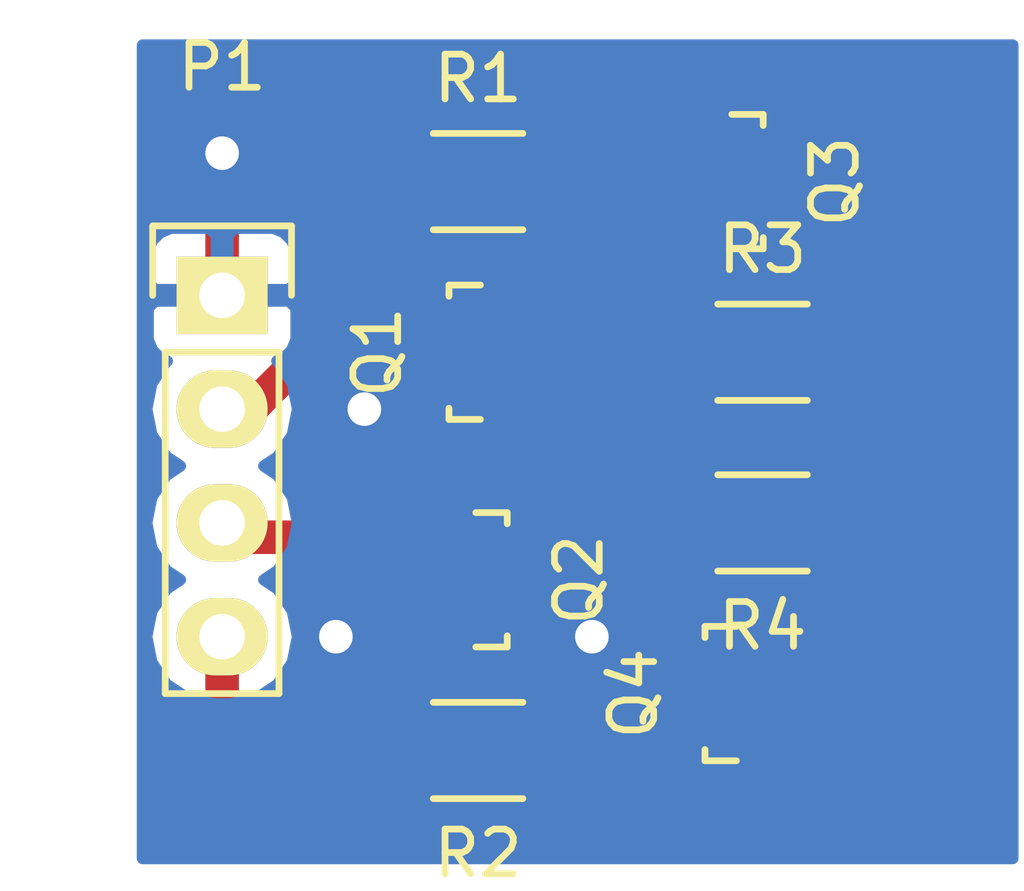
<source format=kicad_pcb>
(kicad_pcb (version 4) (host pcbnew 4.0.4+dfsg1-stable)

  (general
    (links 16)
    (no_connects 0)
    (area 132.761667 101.281428 155.655 121.485)
    (thickness 1.6)
    (drawings 1)
    (tracks 68)
    (zones 0)
    (modules 9)
    (nets 9)
  )

  (page A4)
  (layers
    (0 F.Cu signal)
    (31 B.Cu signal hide)
    (32 B.Adhes user)
    (33 F.Adhes user)
    (34 B.Paste user)
    (35 F.Paste user)
    (36 B.SilkS user)
    (37 F.SilkS user)
    (38 B.Mask user)
    (39 F.Mask user)
    (40 Dwgs.User user)
    (41 Cmts.User user)
    (42 Eco1.User user)
    (43 Eco2.User user)
    (44 Edge.Cuts user)
    (45 Margin user)
    (46 B.CrtYd user)
    (47 F.CrtYd user)
    (48 B.Fab user)
    (49 F.Fab user)
  )

  (setup
    (last_trace_width 0.75)
    (trace_clearance 0.2)
    (zone_clearance 0.508)
    (zone_45_only yes)
    (trace_min 0.2)
    (segment_width 0.2)
    (edge_width 0.1)
    (via_size 1.5)
    (via_drill 0.75)
    (via_min_size 0.4)
    (via_min_drill 0.3)
    (uvia_size 0.3)
    (uvia_drill 0.1)
    (uvias_allowed no)
    (uvia_min_size 0.2)
    (uvia_min_drill 0.1)
    (pcb_text_width 0.3)
    (pcb_text_size 1.5 1.5)
    (mod_edge_width 0.15)
    (mod_text_size 1 1)
    (mod_text_width 0.15)
    (pad_size 1.5 1.5)
    (pad_drill 0.6)
    (pad_to_mask_clearance 0)
    (aux_axis_origin 0 0)
    (visible_elements FFFFFF7F)
    (pcbplotparams
      (layerselection 0x00030_80000001)
      (usegerberextensions false)
      (excludeedgelayer true)
      (linewidth 0.100000)
      (plotframeref false)
      (viasonmask false)
      (mode 1)
      (useauxorigin false)
      (hpglpennumber 1)
      (hpglpenspeed 20)
      (hpglpendiameter 15)
      (hpglpenoverlay 2)
      (psnegative false)
      (psa4output false)
      (plotreference true)
      (plotvalue true)
      (plotinvisibletext false)
      (padsonsilk false)
      (subtractmaskfromsilk false)
      (outputformat 1)
      (mirror false)
      (drillshape 0)
      (scaleselection 1)
      (outputdirectory gerber))
  )

  (net 0 "")
  (net 1 "Net-(P1-Pad1)")
  (net 2 "Net-(P1-Pad2)")
  (net 3 "Net-(P1-Pad3)")
  (net 4 "Net-(P1-Pad4)")
  (net 5 "Net-(Q1-Pad2)")
  (net 6 "Net-(Q2-Pad2)")
  (net 7 "Net-(Q3-Pad2)")
  (net 8 "Net-(Q4-Pad2)")

  (net_class Default "This is the default net class."
    (clearance 0.2)
    (trace_width 0.75)
    (via_dia 1.5)
    (via_drill 0.75)
    (uvia_dia 0.3)
    (uvia_drill 0.1)
    (add_net "Net-(P1-Pad1)")
    (add_net "Net-(P1-Pad2)")
    (add_net "Net-(P1-Pad3)")
    (add_net "Net-(P1-Pad4)")
    (add_net "Net-(Q1-Pad2)")
    (add_net "Net-(Q2-Pad2)")
    (add_net "Net-(Q3-Pad2)")
    (add_net "Net-(Q4-Pad2)")
  )

  (module TO_SOT_Packages_SMD:SOT-23 (layer F.Cu) (tedit 553634F8) (tstamp 57D8B34F)
    (at 143.51 109.22 90)
    (descr "SOT-23, Standard")
    (tags SOT-23)
    (path /57D8F9DD)
    (attr smd)
    (fp_text reference Q1 (at 0 -2.25 90) (layer F.SilkS)
      (effects (font (size 1 1) (thickness 0.15)))
    )
    (fp_text value MMBT3906 (at 0 2.3 90) (layer F.Fab)
      (effects (font (size 1 1) (thickness 0.15)))
    )
    (fp_line (start -1.65 -1.6) (end 1.65 -1.6) (layer F.CrtYd) (width 0.05))
    (fp_line (start 1.65 -1.6) (end 1.65 1.6) (layer F.CrtYd) (width 0.05))
    (fp_line (start 1.65 1.6) (end -1.65 1.6) (layer F.CrtYd) (width 0.05))
    (fp_line (start -1.65 1.6) (end -1.65 -1.6) (layer F.CrtYd) (width 0.05))
    (fp_line (start 1.29916 -0.65024) (end 1.2509 -0.65024) (layer F.SilkS) (width 0.15))
    (fp_line (start -1.49982 0.0508) (end -1.49982 -0.65024) (layer F.SilkS) (width 0.15))
    (fp_line (start -1.49982 -0.65024) (end -1.2509 -0.65024) (layer F.SilkS) (width 0.15))
    (fp_line (start 1.29916 -0.65024) (end 1.49982 -0.65024) (layer F.SilkS) (width 0.15))
    (fp_line (start 1.49982 -0.65024) (end 1.49982 0.0508) (layer F.SilkS) (width 0.15))
    (pad 1 smd rect (at -0.95 1.00076 90) (size 0.8001 0.8001) (layers F.Cu F.Paste F.Mask)
      (net 3 "Net-(P1-Pad3)"))
    (pad 2 smd rect (at 0.95 1.00076 90) (size 0.8001 0.8001) (layers F.Cu F.Paste F.Mask)
      (net 5 "Net-(Q1-Pad2)"))
    (pad 3 smd rect (at 0 -0.99822 90) (size 0.8001 0.8001) (layers F.Cu F.Paste F.Mask)
      (net 1 "Net-(P1-Pad1)"))
    (model TO_SOT_Packages_SMD.3dshapes/SOT-23.wrl
      (at (xyz 0 0 0))
      (scale (xyz 1 1 1))
      (rotate (xyz 0 0 0))
    )
  )

  (module Pin_Headers:Pin_Header_Straight_1x04 (layer F.Cu) (tedit 0) (tstamp 57D8B348)
    (at 137.795 107.95)
    (descr "Through hole pin header")
    (tags "pin header")
    (path /57C3EB1A)
    (fp_text reference P1 (at 0 -5.1) (layer F.SilkS)
      (effects (font (size 1 1) (thickness 0.15)))
    )
    (fp_text value CONN_01X04 (at 0 -3.1) (layer F.Fab)
      (effects (font (size 1 1) (thickness 0.15)))
    )
    (fp_line (start -1.75 -1.75) (end -1.75 9.4) (layer F.CrtYd) (width 0.05))
    (fp_line (start 1.75 -1.75) (end 1.75 9.4) (layer F.CrtYd) (width 0.05))
    (fp_line (start -1.75 -1.75) (end 1.75 -1.75) (layer F.CrtYd) (width 0.05))
    (fp_line (start -1.75 9.4) (end 1.75 9.4) (layer F.CrtYd) (width 0.05))
    (fp_line (start -1.27 1.27) (end -1.27 8.89) (layer F.SilkS) (width 0.15))
    (fp_line (start 1.27 1.27) (end 1.27 8.89) (layer F.SilkS) (width 0.15))
    (fp_line (start 1.55 -1.55) (end 1.55 0) (layer F.SilkS) (width 0.15))
    (fp_line (start -1.27 8.89) (end 1.27 8.89) (layer F.SilkS) (width 0.15))
    (fp_line (start 1.27 1.27) (end -1.27 1.27) (layer F.SilkS) (width 0.15))
    (fp_line (start -1.55 0) (end -1.55 -1.55) (layer F.SilkS) (width 0.15))
    (fp_line (start -1.55 -1.55) (end 1.55 -1.55) (layer F.SilkS) (width 0.15))
    (pad 1 thru_hole rect (at 0 0) (size 2.032 1.7272) (drill 1.016) (layers *.Cu *.Mask F.SilkS)
      (net 1 "Net-(P1-Pad1)"))
    (pad 2 thru_hole oval (at 0 2.54) (size 2.032 1.7272) (drill 1.016) (layers *.Cu *.Mask F.SilkS)
      (net 2 "Net-(P1-Pad2)"))
    (pad 3 thru_hole oval (at 0 5.08) (size 2.032 1.7272) (drill 1.016) (layers *.Cu *.Mask F.SilkS)
      (net 3 "Net-(P1-Pad3)"))
    (pad 4 thru_hole oval (at 0 7.62) (size 2.032 1.7272) (drill 1.016) (layers *.Cu *.Mask F.SilkS)
      (net 4 "Net-(P1-Pad4)"))
    (model Pin_Headers.3dshapes/Pin_Header_Straight_1x04.wrl
      (at (xyz 0 -0.15 0))
      (scale (xyz 1 1 1))
      (rotate (xyz 0 0 90))
    )
  )

  (module TO_SOT_Packages_SMD:SOT-23 (layer F.Cu) (tedit 553634F8) (tstamp 57D8B356)
    (at 143.51 114.3 270)
    (descr "SOT-23, Standard")
    (tags SOT-23)
    (path /57D8D596)
    (attr smd)
    (fp_text reference Q2 (at 0 -2.25 270) (layer F.SilkS)
      (effects (font (size 1 1) (thickness 0.15)))
    )
    (fp_text value MMBT3904 (at 0 2.3 270) (layer F.Fab)
      (effects (font (size 1 1) (thickness 0.15)))
    )
    (fp_line (start -1.65 -1.6) (end 1.65 -1.6) (layer F.CrtYd) (width 0.05))
    (fp_line (start 1.65 -1.6) (end 1.65 1.6) (layer F.CrtYd) (width 0.05))
    (fp_line (start 1.65 1.6) (end -1.65 1.6) (layer F.CrtYd) (width 0.05))
    (fp_line (start -1.65 1.6) (end -1.65 -1.6) (layer F.CrtYd) (width 0.05))
    (fp_line (start 1.29916 -0.65024) (end 1.2509 -0.65024) (layer F.SilkS) (width 0.15))
    (fp_line (start -1.49982 0.0508) (end -1.49982 -0.65024) (layer F.SilkS) (width 0.15))
    (fp_line (start -1.49982 -0.65024) (end -1.2509 -0.65024) (layer F.SilkS) (width 0.15))
    (fp_line (start 1.29916 -0.65024) (end 1.49982 -0.65024) (layer F.SilkS) (width 0.15))
    (fp_line (start 1.49982 -0.65024) (end 1.49982 0.0508) (layer F.SilkS) (width 0.15))
    (pad 1 smd rect (at -0.95 1.00076 270) (size 0.8001 0.8001) (layers F.Cu F.Paste F.Mask)
      (net 3 "Net-(P1-Pad3)"))
    (pad 2 smd rect (at 0.95 1.00076 270) (size 0.8001 0.8001) (layers F.Cu F.Paste F.Mask)
      (net 6 "Net-(Q2-Pad2)"))
    (pad 3 smd rect (at 0 -0.99822 270) (size 0.8001 0.8001) (layers F.Cu F.Paste F.Mask)
      (net 2 "Net-(P1-Pad2)"))
    (model TO_SOT_Packages_SMD.3dshapes/SOT-23.wrl
      (at (xyz 0 0 0))
      (scale (xyz 1 1 1))
      (rotate (xyz 0 0 0))
    )
  )

  (module TO_SOT_Packages_SMD:SOT-23 (layer F.Cu) (tedit 553634F8) (tstamp 57D8B35D)
    (at 149.225 105.41 270)
    (descr "SOT-23, Standard")
    (tags SOT-23)
    (path /57D8FB92)
    (attr smd)
    (fp_text reference Q3 (at 0 -2.25 270) (layer F.SilkS)
      (effects (font (size 1 1) (thickness 0.15)))
    )
    (fp_text value MMBT3904 (at 0 2.3 270) (layer F.Fab)
      (effects (font (size 1 1) (thickness 0.15)))
    )
    (fp_line (start -1.65 -1.6) (end 1.65 -1.6) (layer F.CrtYd) (width 0.05))
    (fp_line (start 1.65 -1.6) (end 1.65 1.6) (layer F.CrtYd) (width 0.05))
    (fp_line (start 1.65 1.6) (end -1.65 1.6) (layer F.CrtYd) (width 0.05))
    (fp_line (start -1.65 1.6) (end -1.65 -1.6) (layer F.CrtYd) (width 0.05))
    (fp_line (start 1.29916 -0.65024) (end 1.2509 -0.65024) (layer F.SilkS) (width 0.15))
    (fp_line (start -1.49982 0.0508) (end -1.49982 -0.65024) (layer F.SilkS) (width 0.15))
    (fp_line (start -1.49982 -0.65024) (end -1.2509 -0.65024) (layer F.SilkS) (width 0.15))
    (fp_line (start 1.29916 -0.65024) (end 1.49982 -0.65024) (layer F.SilkS) (width 0.15))
    (fp_line (start 1.49982 -0.65024) (end 1.49982 0.0508) (layer F.SilkS) (width 0.15))
    (pad 1 smd rect (at -0.95 1.00076 270) (size 0.8001 0.8001) (layers F.Cu F.Paste F.Mask)
      (net 5 "Net-(Q1-Pad2)"))
    (pad 2 smd rect (at 0.95 1.00076 270) (size 0.8001 0.8001) (layers F.Cu F.Paste F.Mask)
      (net 7 "Net-(Q3-Pad2)"))
    (pad 3 smd rect (at 0 -0.99822 270) (size 0.8001 0.8001) (layers F.Cu F.Paste F.Mask)
      (net 2 "Net-(P1-Pad2)"))
    (model TO_SOT_Packages_SMD.3dshapes/SOT-23.wrl
      (at (xyz 0 0 0))
      (scale (xyz 1 1 1))
      (rotate (xyz 0 0 0))
    )
  )

  (module TO_SOT_Packages_SMD:SOT-23 (layer F.Cu) (tedit 553634F8) (tstamp 57D8B364)
    (at 149.225 116.84 90)
    (descr "SOT-23, Standard")
    (tags SOT-23)
    (path /57D901CF)
    (attr smd)
    (fp_text reference Q4 (at 0 -2.25 90) (layer F.SilkS)
      (effects (font (size 1 1) (thickness 0.15)))
    )
    (fp_text value MMBT3906 (at 0 2.3 90) (layer F.Fab)
      (effects (font (size 1 1) (thickness 0.15)))
    )
    (fp_line (start -1.65 -1.6) (end 1.65 -1.6) (layer F.CrtYd) (width 0.05))
    (fp_line (start 1.65 -1.6) (end 1.65 1.6) (layer F.CrtYd) (width 0.05))
    (fp_line (start 1.65 1.6) (end -1.65 1.6) (layer F.CrtYd) (width 0.05))
    (fp_line (start -1.65 1.6) (end -1.65 -1.6) (layer F.CrtYd) (width 0.05))
    (fp_line (start 1.29916 -0.65024) (end 1.2509 -0.65024) (layer F.SilkS) (width 0.15))
    (fp_line (start -1.49982 0.0508) (end -1.49982 -0.65024) (layer F.SilkS) (width 0.15))
    (fp_line (start -1.49982 -0.65024) (end -1.2509 -0.65024) (layer F.SilkS) (width 0.15))
    (fp_line (start 1.29916 -0.65024) (end 1.49982 -0.65024) (layer F.SilkS) (width 0.15))
    (fp_line (start 1.49982 -0.65024) (end 1.49982 0.0508) (layer F.SilkS) (width 0.15))
    (pad 1 smd rect (at -0.95 1.00076 90) (size 0.8001 0.8001) (layers F.Cu F.Paste F.Mask)
      (net 6 "Net-(Q2-Pad2)"))
    (pad 2 smd rect (at 0.95 1.00076 90) (size 0.8001 0.8001) (layers F.Cu F.Paste F.Mask)
      (net 8 "Net-(Q4-Pad2)"))
    (pad 3 smd rect (at 0 -0.99822 90) (size 0.8001 0.8001) (layers F.Cu F.Paste F.Mask)
      (net 1 "Net-(P1-Pad1)"))
    (model TO_SOT_Packages_SMD.3dshapes/SOT-23.wrl
      (at (xyz 0 0 0))
      (scale (xyz 1 1 1))
      (rotate (xyz 0 0 0))
    )
  )

  (module Resistors_SMD:R_1206_HandSoldering (layer F.Cu) (tedit 5418A20D) (tstamp 57D8B36A)
    (at 143.51 105.41)
    (descr "Resistor SMD 1206, hand soldering")
    (tags "resistor 1206")
    (path /57D8FACA)
    (attr smd)
    (fp_text reference R1 (at 0 -2.3) (layer F.SilkS)
      (effects (font (size 1 1) (thickness 0.15)))
    )
    (fp_text value R (at 0 2.3) (layer F.Fab)
      (effects (font (size 1 1) (thickness 0.15)))
    )
    (fp_line (start -3.3 -1.2) (end 3.3 -1.2) (layer F.CrtYd) (width 0.05))
    (fp_line (start -3.3 1.2) (end 3.3 1.2) (layer F.CrtYd) (width 0.05))
    (fp_line (start -3.3 -1.2) (end -3.3 1.2) (layer F.CrtYd) (width 0.05))
    (fp_line (start 3.3 -1.2) (end 3.3 1.2) (layer F.CrtYd) (width 0.05))
    (fp_line (start 1 1.075) (end -1 1.075) (layer F.SilkS) (width 0.15))
    (fp_line (start -1 -1.075) (end 1 -1.075) (layer F.SilkS) (width 0.15))
    (pad 1 smd rect (at -2 0) (size 2 1.7) (layers F.Cu F.Paste F.Mask)
      (net 2 "Net-(P1-Pad2)"))
    (pad 2 smd rect (at 2 0) (size 2 1.7) (layers F.Cu F.Paste F.Mask)
      (net 5 "Net-(Q1-Pad2)"))
    (model Resistors_SMD.3dshapes/R_1206_HandSoldering.wrl
      (at (xyz 0 0 0))
      (scale (xyz 1 1 1))
      (rotate (xyz 0 0 0))
    )
  )

  (module Resistors_SMD:R_1206_HandSoldering (layer F.Cu) (tedit 5418A20D) (tstamp 57D8B370)
    (at 143.51 118.11 180)
    (descr "Resistor SMD 1206, hand soldering")
    (tags "resistor 1206")
    (path /57D8FF7B)
    (attr smd)
    (fp_text reference R2 (at 0 -2.3 180) (layer F.SilkS)
      (effects (font (size 1 1) (thickness 0.15)))
    )
    (fp_text value R (at 0 2.3 180) (layer F.Fab)
      (effects (font (size 1 1) (thickness 0.15)))
    )
    (fp_line (start -3.3 -1.2) (end 3.3 -1.2) (layer F.CrtYd) (width 0.05))
    (fp_line (start -3.3 1.2) (end 3.3 1.2) (layer F.CrtYd) (width 0.05))
    (fp_line (start -3.3 -1.2) (end -3.3 1.2) (layer F.CrtYd) (width 0.05))
    (fp_line (start 3.3 -1.2) (end 3.3 1.2) (layer F.CrtYd) (width 0.05))
    (fp_line (start 1 1.075) (end -1 1.075) (layer F.SilkS) (width 0.15))
    (fp_line (start -1 -1.075) (end 1 -1.075) (layer F.SilkS) (width 0.15))
    (pad 1 smd rect (at -2 0 180) (size 2 1.7) (layers F.Cu F.Paste F.Mask)
      (net 6 "Net-(Q2-Pad2)"))
    (pad 2 smd rect (at 2 0 180) (size 2 1.7) (layers F.Cu F.Paste F.Mask)
      (net 1 "Net-(P1-Pad1)"))
    (model Resistors_SMD.3dshapes/R_1206_HandSoldering.wrl
      (at (xyz 0 0 0))
      (scale (xyz 1 1 1))
      (rotate (xyz 0 0 0))
    )
  )

  (module Resistors_SMD:R_1206_HandSoldering (layer F.Cu) (tedit 5418A20D) (tstamp 57D8B376)
    (at 149.86 109.22)
    (descr "Resistor SMD 1206, hand soldering")
    (tags "resistor 1206")
    (path /57D8FC55)
    (attr smd)
    (fp_text reference R3 (at 0 -2.3) (layer F.SilkS)
      (effects (font (size 1 1) (thickness 0.15)))
    )
    (fp_text value R (at 0 2.3) (layer F.Fab)
      (effects (font (size 1 1) (thickness 0.15)))
    )
    (fp_line (start -3.3 -1.2) (end 3.3 -1.2) (layer F.CrtYd) (width 0.05))
    (fp_line (start -3.3 1.2) (end 3.3 1.2) (layer F.CrtYd) (width 0.05))
    (fp_line (start -3.3 -1.2) (end -3.3 1.2) (layer F.CrtYd) (width 0.05))
    (fp_line (start 3.3 -1.2) (end 3.3 1.2) (layer F.CrtYd) (width 0.05))
    (fp_line (start 1 1.075) (end -1 1.075) (layer F.SilkS) (width 0.15))
    (fp_line (start -1 -1.075) (end 1 -1.075) (layer F.SilkS) (width 0.15))
    (pad 1 smd rect (at -2 0) (size 2 1.7) (layers F.Cu F.Paste F.Mask)
      (net 7 "Net-(Q3-Pad2)"))
    (pad 2 smd rect (at 2 0) (size 2 1.7) (layers F.Cu F.Paste F.Mask)
      (net 4 "Net-(P1-Pad4)"))
    (model Resistors_SMD.3dshapes/R_1206_HandSoldering.wrl
      (at (xyz 0 0 0))
      (scale (xyz 1 1 1))
      (rotate (xyz 0 0 0))
    )
  )

  (module Resistors_SMD:R_1206_HandSoldering (layer F.Cu) (tedit 5418A20D) (tstamp 57D8B37C)
    (at 149.86 113.03 180)
    (descr "Resistor SMD 1206, hand soldering")
    (tags "resistor 1206")
    (path /57D9028C)
    (attr smd)
    (fp_text reference R4 (at 0 -2.3 180) (layer F.SilkS)
      (effects (font (size 1 1) (thickness 0.15)))
    )
    (fp_text value R (at 0 2.3 180) (layer F.Fab)
      (effects (font (size 1 1) (thickness 0.15)))
    )
    (fp_line (start -3.3 -1.2) (end 3.3 -1.2) (layer F.CrtYd) (width 0.05))
    (fp_line (start -3.3 1.2) (end 3.3 1.2) (layer F.CrtYd) (width 0.05))
    (fp_line (start -3.3 -1.2) (end -3.3 1.2) (layer F.CrtYd) (width 0.05))
    (fp_line (start 3.3 -1.2) (end 3.3 1.2) (layer F.CrtYd) (width 0.05))
    (fp_line (start 1 1.075) (end -1 1.075) (layer F.SilkS) (width 0.15))
    (fp_line (start -1 -1.075) (end 1 -1.075) (layer F.SilkS) (width 0.15))
    (pad 1 smd rect (at -2 0 180) (size 2 1.7) (layers F.Cu F.Paste F.Mask)
      (net 4 "Net-(P1-Pad4)"))
    (pad 2 smd rect (at 2 0 180) (size 2 1.7) (layers F.Cu F.Paste F.Mask)
      (net 8 "Net-(Q4-Pad2)"))
    (model Resistors_SMD.3dshapes/R_1206_HandSoldering.wrl
      (at (xyz 0 0 0))
      (scale (xyz 1 1 1))
      (rotate (xyz 0 0 0))
    )
  )

  (gr_text "Current Buffer\n" (at 154.305 111.76 90) (layer F.Cu)
    (effects (font (size 1.5 1.5) (thickness 0.3)))
  )

  (segment (start 142.51178 109.22) (end 142.24 109.22) (width 0.75) (layer F.Cu) (net 1) (status 30))
  (segment (start 142.24 109.22) (end 140.97 110.49) (width 0.75) (layer F.Cu) (net 1) (tstamp 57EA260F) (status 10))
  (via (at 140.97 110.49) (size 1.5) (drill 0.75) (layers F.Cu B.Cu) (net 1))
  (segment (start 148.22678 116.84) (end 147.32 116.84) (width 0.75) (layer F.Cu) (net 1) (status 10))
  (via (at 146.05 115.57) (size 1.5) (drill 0.75) (layers F.Cu B.Cu) (net 1))
  (segment (start 147.32 116.84) (end 146.05 115.57) (width 0.75) (layer F.Cu) (net 1) (tstamp 57EA276D))
  (segment (start 141.51 118.11) (end 141.51 116.745) (width 0.75) (layer F.Cu) (net 1) (status 10))
  (via (at 140.335 115.57) (size 1.5) (drill 0.75) (layers F.Cu B.Cu) (net 1))
  (segment (start 141.51 116.745) (end 140.335 115.57) (width 0.75) (layer F.Cu) (net 1) (tstamp 57EA274C))
  (segment (start 137.795 107.95) (end 137.795 104.775) (width 0.75) (layer F.Cu) (net 1) (status 10))
  (via (at 137.795 104.775) (size 1.5) (drill 0.75) (layers F.Cu B.Cu) (net 1))
  (segment (start 148.22678 116.84) (end 148.22678 116.47678) (width 0.75) (layer F.Cu) (net 1) (status 30))
  (segment (start 141.51 118.11) (end 141.51 117.38) (width 0.75) (layer F.Cu) (net 1) (status 30))
  (segment (start 149.86 107.95) (end 150.495 107.315) (width 0.75) (layer F.Cu) (net 2))
  (segment (start 151.13 107.315) (end 151.765 106.68) (width 0.75) (layer F.Cu) (net 2) (tstamp 57EA2A48))
  (segment (start 150.495 107.315) (end 151.13 107.315) (width 0.75) (layer F.Cu) (net 2) (tstamp 57EA2A44))
  (segment (start 151.765 105.41) (end 150.22322 105.41) (width 0.75) (layer F.Cu) (net 2) (status 20))
  (segment (start 151.765 106.68) (end 151.765 105.41) (width 0.75) (layer F.Cu) (net 2) (tstamp 57EA2A18))
  (segment (start 151.765 105.41) (end 151.765 103.505) (width 0.75) (layer F.Cu) (net 2) (tstamp 57EA2A27))
  (segment (start 151.13 102.87) (end 142.24 102.87) (width 0.75) (layer F.Cu) (net 2) (tstamp 57EA2A0A))
  (segment (start 151.765 103.505) (end 151.13 102.87) (width 0.75) (layer F.Cu) (net 2) (tstamp 57EA2A09))
  (segment (start 144.50822 112.66678) (end 144.50822 114.3) (width 0.75) (layer F.Cu) (net 2) (tstamp 57EA29D3) (status 20))
  (segment (start 146.05 111.125) (end 144.50822 112.66678) (width 0.75) (layer F.Cu) (net 2) (tstamp 57EA29D0))
  (segment (start 149.225 111.125) (end 146.05 111.125) (width 0.75) (layer F.Cu) (net 2) (tstamp 57EA29CF))
  (segment (start 149.86 110.49) (end 149.225 111.125) (width 0.75) (layer F.Cu) (net 2) (tstamp 57EA29CD))
  (segment (start 149.86 107.95) (end 149.86 110.49) (width 0.75) (layer F.Cu) (net 2) (tstamp 57EA2A42))
  (segment (start 141.51 103.6) (end 141.51 105.41) (width 0.75) (layer F.Cu) (net 2) (tstamp 57EA29B3) (status 20))
  (segment (start 142.24 102.87) (end 141.51 103.6) (width 0.75) (layer F.Cu) (net 2) (tstamp 57EA29B1))
  (segment (start 141.51 105.41) (end 141.51 107.41) (width 0.75) (layer F.Cu) (net 2) (status 10))
  (segment (start 141.51 107.41) (end 138.43 110.49) (width 0.75) (layer F.Cu) (net 2) (tstamp 57EA262D) (status 20))
  (segment (start 138.43 110.49) (end 137.795 110.49) (width 0.75) (layer F.Cu) (net 2) (tstamp 57EA2633) (status 30))
  (segment (start 141.605 105.315) (end 141.51 105.41) (width 0.75) (layer F.Cu) (net 2) (tstamp 57D8C524) (status 30))
  (segment (start 141.51 105.41) (end 141.51 106.14) (width 0.75) (layer F.Cu) (net 2) (status 30))
  (segment (start 141.51 105.41) (end 141.51 104.87) (width 0.75) (layer F.Cu) (net 2) (status 30))
  (segment (start 144.51076 110.17) (end 144.51076 110.75924) (width 0.75) (layer F.Cu) (net 3) (status 10))
  (segment (start 142.50924 112.76076) (end 142.50924 113.35) (width 0.75) (layer F.Cu) (net 3) (tstamp 57EA2AAB) (status 20))
  (segment (start 144.51076 110.75924) (end 142.50924 112.76076) (width 0.75) (layer F.Cu) (net 3) (tstamp 57EA2A9E))
  (segment (start 142.50924 113.35) (end 138.115 113.35) (width 0.75) (layer F.Cu) (net 3) (status 30))
  (segment (start 138.115 113.35) (end 137.795 113.03) (width 0.75) (layer F.Cu) (net 3) (tstamp 57D8C1F4) (status 30))
  (segment (start 142.24 113.08076) (end 142.50924 113.35) (width 0.75) (layer F.Cu) (net 3) (tstamp 57D8B729) (status 30))
  (segment (start 137.795 115.57) (end 137.795 119.38) (width 0.75) (layer F.Cu) (net 4) (status 10))
  (segment (start 137.795 119.38) (end 138.43 120.015) (width 0.75) (layer F.Cu) (net 4) (tstamp 57EA278E))
  (segment (start 151.13 120.015) (end 138.43 120.015) (width 0.75) (layer F.Cu) (net 4))
  (segment (start 151.765 114.3) (end 151.765 119.38) (width 0.75) (layer F.Cu) (net 4) (tstamp 57D8C25B))
  (segment (start 151.765 119.38) (end 151.13 120.015) (width 0.75) (layer F.Cu) (net 4) (tstamp 57D8C25C))
  (segment (start 151.765 114.3) (end 151.86 113.76) (width 0.75) (layer F.Cu) (net 4) (tstamp 57D8C25A) (status 20))
  (segment (start 151.86 113.03) (end 151.86 113.76) (width 0.75) (layer F.Cu) (net 4) (status 30))
  (segment (start 151.86 113.03) (end 151.86 109.22) (width 0.75) (layer F.Cu) (net 4) (status 30))
  (segment (start 144.24 107.99924) (end 144.51076 108.27) (width 0.75) (layer F.Cu) (net 5) (tstamp 57D8B65C) (status 30))
  (segment (start 145.51 105.41) (end 145.51 107.27076) (width 0.75) (layer F.Cu) (net 5) (status 10))
  (segment (start 145.51 107.27076) (end 144.51076 108.27) (width 0.75) (layer F.Cu) (net 5) (tstamp 57EA2AC9) (status 20))
  (segment (start 148.22424 104.46) (end 146.46 104.46) (width 0.75) (layer F.Cu) (net 5) (status 10))
  (segment (start 146.46 104.46) (end 145.51 105.41) (width 0.75) (layer F.Cu) (net 5) (tstamp 57EA299D) (status 20))
  (segment (start 145.51 105.41) (end 145.415 105.41) (width 0.75) (layer F.Cu) (net 5) (status 30))
  (segment (start 144.65 108.27) (end 144.51076 108.27) (width 0.75) (layer F.Cu) (net 5) (tstamp 57D8C205) (status 30))
  (segment (start 145.77924 105.14076) (end 145.51 105.41) (width 0.75) (layer F.Cu) (net 5) (tstamp 57D8C1BC) (status 30))
  (segment (start 145.51 118.11) (end 149.90576 118.11) (width 0.75) (layer F.Cu) (net 6) (status 30))
  (segment (start 149.90576 118.11) (end 150.22576 117.79) (width 0.75) (layer F.Cu) (net 6) (tstamp 57D8C4AB) (status 30))
  (segment (start 145.51 118.11) (end 145.36924 118.11) (width 0.75) (layer F.Cu) (net 6) (status 30))
  (segment (start 145.36924 118.11) (end 142.50924 115.25) (width 0.75) (layer F.Cu) (net 6) (tstamp 57D8C4A5) (status 30))
  (segment (start 145.83 118.43) (end 145.51 118.11) (width 0.75) (layer F.Cu) (net 6) (tstamp 57D8BA0B) (status 30))
  (segment (start 147.955 106.62924) (end 147.955 109.125) (width 0.75) (layer F.Cu) (net 7) (status 30))
  (segment (start 147.955 106.62924) (end 148.22424 106.36) (width 0.75) (layer F.Cu) (net 7) (tstamp 57EA2972) (status 30))
  (segment (start 148.22424 106.36) (end 148.22424 106.31424) (width 0.75) (layer F.Cu) (net 7) (status 30))
  (segment (start 147.955 109.125) (end 147.86 109.22) (width 0.75) (layer F.Cu) (net 7) (tstamp 57D8C433) (status 30))
  (segment (start 148.27 108.81) (end 147.86 109.22) (width 0.75) (layer F.Cu) (net 7) (tstamp 57D8BFE2) (status 30))
  (segment (start 150.22576 115.89) (end 148.32076 113.49076) (width 0.75) (layer F.Cu) (net 8) (status 30))
  (segment (start 148.32076 113.49076) (end 147.86 113.03) (width 0.75) (layer F.Cu) (net 8) (tstamp 57D8BFC9) (status 30))

  (zone (net 1) (net_name "Net-(P1-Pad1)") (layer B.Cu) (tstamp 57EA2701) (hatch edge 0.508)
    (connect_pads (clearance 0.508))
    (min_thickness 0.254)
    (fill yes (arc_segments 16) (thermal_gap 0.508) (thermal_bridge_width 0.508))
    (polygon
      (pts
        (xy 135.89 102.235) (xy 155.575 102.235) (xy 155.575 120.65) (xy 135.89 120.65)
      )
    )
    (filled_polygon
      (pts
        (xy 155.448 120.523) (xy 136.017 120.523) (xy 136.017 110.49) (xy 136.111655 110.49) (xy 136.225729 111.063489)
        (xy 136.550585 111.54967) (xy 136.865366 111.76) (xy 136.550585 111.97033) (xy 136.225729 112.456511) (xy 136.111655 113.03)
        (xy 136.225729 113.603489) (xy 136.550585 114.08967) (xy 136.865366 114.3) (xy 136.550585 114.51033) (xy 136.225729 114.996511)
        (xy 136.111655 115.57) (xy 136.225729 116.143489) (xy 136.550585 116.62967) (xy 137.036766 116.954526) (xy 137.610255 117.0686)
        (xy 137.979745 117.0686) (xy 138.553234 116.954526) (xy 139.039415 116.62967) (xy 139.364271 116.143489) (xy 139.478345 115.57)
        (xy 139.364271 114.996511) (xy 139.039415 114.51033) (xy 138.724634 114.3) (xy 139.039415 114.08967) (xy 139.364271 113.603489)
        (xy 139.478345 113.03) (xy 139.364271 112.456511) (xy 139.039415 111.97033) (xy 138.724634 111.76) (xy 139.039415 111.54967)
        (xy 139.364271 111.063489) (xy 139.478345 110.49) (xy 139.364271 109.916511) (xy 139.039415 109.43033) (xy 139.01722 109.4155)
        (xy 139.170698 109.351927) (xy 139.349327 109.173299) (xy 139.446 108.93991) (xy 139.446 108.23575) (xy 139.28725 108.077)
        (xy 137.922 108.077) (xy 137.922 108.097) (xy 137.668 108.097) (xy 137.668 108.077) (xy 136.30275 108.077)
        (xy 136.144 108.23575) (xy 136.144 108.93991) (xy 136.240673 109.173299) (xy 136.419302 109.351927) (xy 136.57278 109.4155)
        (xy 136.550585 109.43033) (xy 136.225729 109.916511) (xy 136.111655 110.49) (xy 136.017 110.49) (xy 136.017 106.96009)
        (xy 136.144 106.96009) (xy 136.144 107.66425) (xy 136.30275 107.823) (xy 137.668 107.823) (xy 137.668 106.61015)
        (xy 137.922 106.61015) (xy 137.922 107.823) (xy 139.28725 107.823) (xy 139.446 107.66425) (xy 139.446 106.96009)
        (xy 139.349327 106.726701) (xy 139.170698 106.548073) (xy 138.937309 106.4514) (xy 138.08075 106.4514) (xy 137.922 106.61015)
        (xy 137.668 106.61015) (xy 137.50925 106.4514) (xy 136.652691 106.4514) (xy 136.419302 106.548073) (xy 136.240673 106.726701)
        (xy 136.144 106.96009) (xy 136.017 106.96009) (xy 136.017 102.362) (xy 155.448 102.362)
      )
    )
  )
)

</source>
